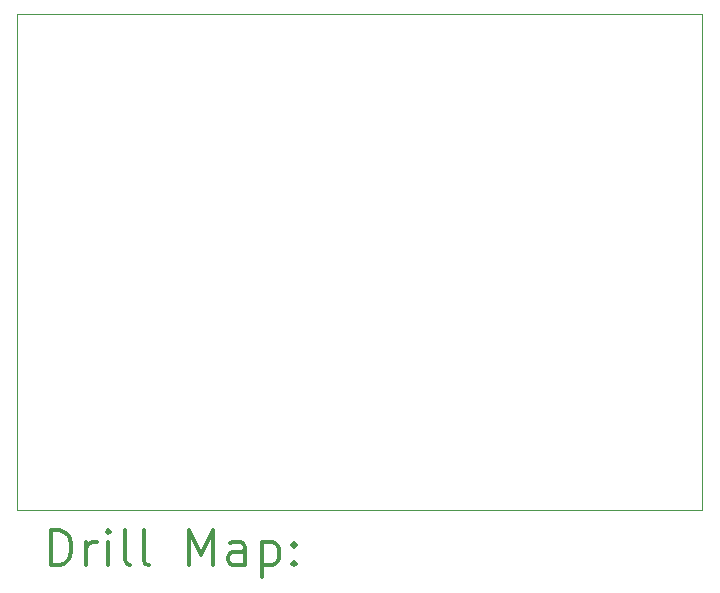
<source format=gbr>
%FSLAX45Y45*%
G04 Gerber Fmt 4.5, Leading zero omitted, Abs format (unit mm)*
G04 Created by KiCad (PCBNEW (5.1.5-0-10_14)) date 2021-12-30 15:58:44*
%MOMM*%
%LPD*%
G04 APERTURE LIST*
%TA.AperFunction,Profile*%
%ADD10C,0.050000*%
%TD*%
%ADD11C,0.200000*%
%ADD12C,0.300000*%
G04 APERTURE END LIST*
D10*
X12900000Y-7400000D02*
X7100000Y-7400000D01*
X12900000Y-11600000D02*
X12900000Y-7400000D01*
X7100000Y-11600000D02*
X12900000Y-11600000D01*
X7100000Y-7400000D02*
X7100000Y-11600000D01*
D11*
D12*
X7383928Y-12068214D02*
X7383928Y-11768214D01*
X7455357Y-11768214D01*
X7498214Y-11782500D01*
X7526786Y-11811071D01*
X7541071Y-11839643D01*
X7555357Y-11896786D01*
X7555357Y-11939643D01*
X7541071Y-11996786D01*
X7526786Y-12025357D01*
X7498214Y-12053929D01*
X7455357Y-12068214D01*
X7383928Y-12068214D01*
X7683928Y-12068214D02*
X7683928Y-11868214D01*
X7683928Y-11925357D02*
X7698214Y-11896786D01*
X7712500Y-11882500D01*
X7741071Y-11868214D01*
X7769643Y-11868214D01*
X7869643Y-12068214D02*
X7869643Y-11868214D01*
X7869643Y-11768214D02*
X7855357Y-11782500D01*
X7869643Y-11796786D01*
X7883928Y-11782500D01*
X7869643Y-11768214D01*
X7869643Y-11796786D01*
X8055357Y-12068214D02*
X8026786Y-12053929D01*
X8012500Y-12025357D01*
X8012500Y-11768214D01*
X8212500Y-12068214D02*
X8183928Y-12053929D01*
X8169643Y-12025357D01*
X8169643Y-11768214D01*
X8555357Y-12068214D02*
X8555357Y-11768214D01*
X8655357Y-11982500D01*
X8755357Y-11768214D01*
X8755357Y-12068214D01*
X9026786Y-12068214D02*
X9026786Y-11911071D01*
X9012500Y-11882500D01*
X8983928Y-11868214D01*
X8926786Y-11868214D01*
X8898214Y-11882500D01*
X9026786Y-12053929D02*
X8998214Y-12068214D01*
X8926786Y-12068214D01*
X8898214Y-12053929D01*
X8883928Y-12025357D01*
X8883928Y-11996786D01*
X8898214Y-11968214D01*
X8926786Y-11953929D01*
X8998214Y-11953929D01*
X9026786Y-11939643D01*
X9169643Y-11868214D02*
X9169643Y-12168214D01*
X9169643Y-11882500D02*
X9198214Y-11868214D01*
X9255357Y-11868214D01*
X9283928Y-11882500D01*
X9298214Y-11896786D01*
X9312500Y-11925357D01*
X9312500Y-12011071D01*
X9298214Y-12039643D01*
X9283928Y-12053929D01*
X9255357Y-12068214D01*
X9198214Y-12068214D01*
X9169643Y-12053929D01*
X9441071Y-12039643D02*
X9455357Y-12053929D01*
X9441071Y-12068214D01*
X9426786Y-12053929D01*
X9441071Y-12039643D01*
X9441071Y-12068214D01*
X9441071Y-11882500D02*
X9455357Y-11896786D01*
X9441071Y-11911071D01*
X9426786Y-11896786D01*
X9441071Y-11882500D01*
X9441071Y-11911071D01*
M02*

</source>
